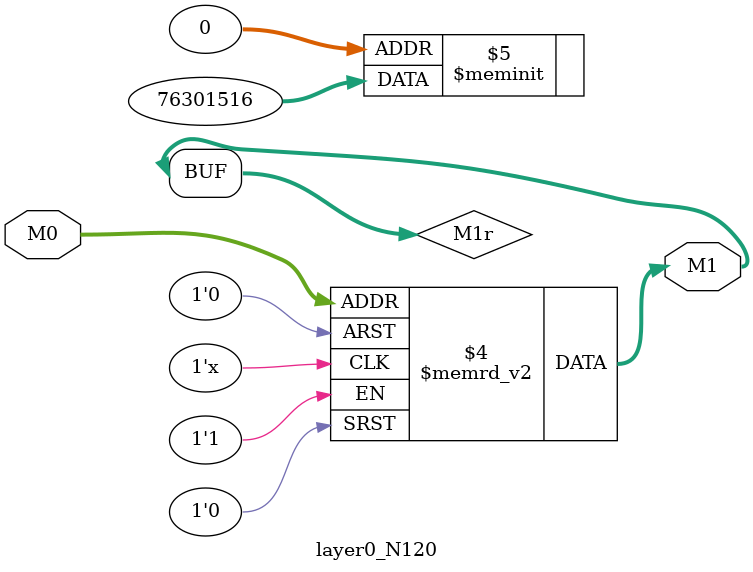
<source format=v>
module layer0_N120 ( input [3:0] M0, output [1:0] M1 );

	(*rom_style = "distributed" *) reg [1:0] M1r;
	assign M1 = M1r;
	always @ (M0) begin
		case (M0)
			4'b0000: M1r = 2'b00;
			4'b1000: M1r = 2'b00;
			4'b0100: M1r = 2'b00;
			4'b1100: M1r = 2'b00;
			4'b0010: M1r = 2'b00;
			4'b1010: M1r = 2'b00;
			4'b0110: M1r = 2'b00;
			4'b1110: M1r = 2'b00;
			4'b0001: M1r = 2'b11;
			4'b1001: M1r = 2'b11;
			4'b0101: M1r = 2'b01;
			4'b1101: M1r = 2'b01;
			4'b0011: M1r = 2'b11;
			4'b1011: M1r = 2'b10;
			4'b0111: M1r = 2'b01;
			4'b1111: M1r = 2'b00;

		endcase
	end
endmodule

</source>
